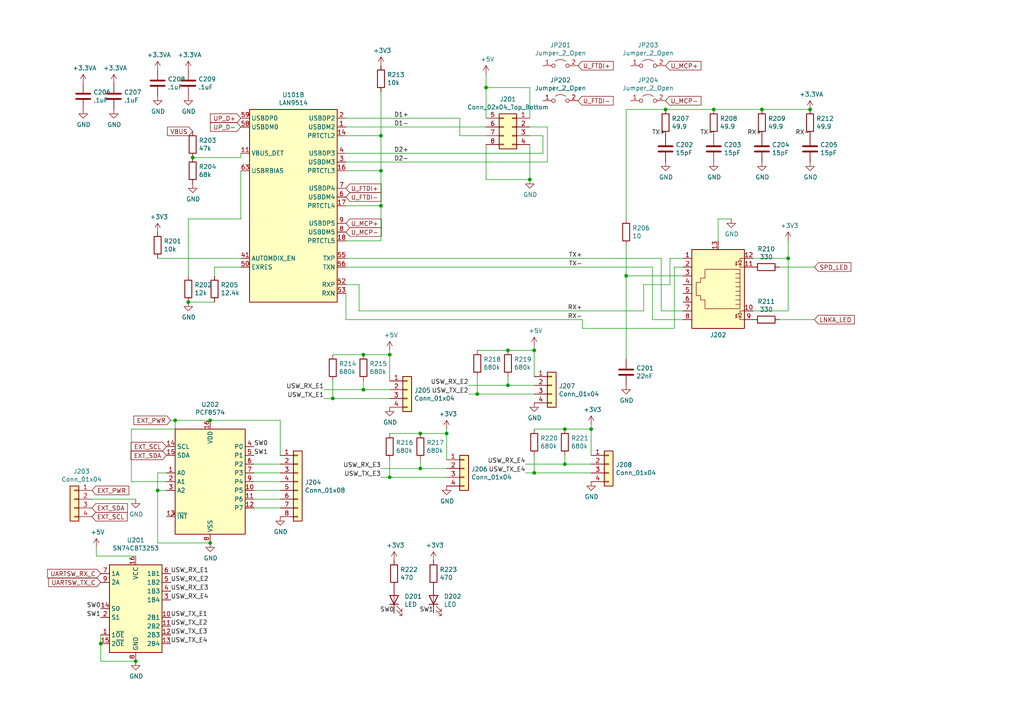
<source format=kicad_sch>
(kicad_sch (version 20211123) (generator eeschema)
  (paper "A4")
  (lib_symbols
    (symbol "Analog_Switch:SN74CBT3253"
      (property "Reference" "U" (at -7.62 13.97 0))
      (property "Value" "SN74CBT3253" (at -11.43 -13.97 0))
      (symbol "SN74CBT3253_0_1"
        (rectangle (start -7.62 12.7) (end 7.62 -12.7) (stroke (width 0.254)) (fill (type background)))
        (rectangle (start 7.62 -12.7) (end 7.62 -12.7))
      )
      (symbol "SN74CBT3253_1_1"
        (pin input line (at -10.16 -7.62 0) (length 2.54) (name "1~{OE}") (number "1"))
        (pin bidirectional line (at 10.16 -2.54 180) (length 2.54) (name "2B1") (number "10"))
        (pin bidirectional line (at 10.16 -5.08 180) (length 2.54) (name "2B2") (number "11"))
        (pin bidirectional line (at 10.16 -7.62 180) (length 2.54) (name "2B3") (number "12"))
        (pin bidirectional line (at 10.16 -10.16 180) (length 2.54) (name "2B4") (number "13"))
        (pin input line (at -10.16 0 0) (length 2.54) (name "S0") (number "14"))
        (pin input line (at -10.16 -10.16 0) (length 2.54) (name "2~{OE}") (number "15"))
        (pin power_in line (at 0 15.24 270) (length 2.54) (name "VCC") (number "16"))
        (pin input line (at -10.16 -2.54 0) (length 2.54) (name "S1") (number "2"))
        (pin bidirectional line (at 10.16 2.54 180) (length 2.54) (name "1B4") (number "3"))
        (pin bidirectional line (at 10.16 5.08 180) (length 2.54) (name "1B3") (number "4"))
        (pin bidirectional line (at 10.16 7.62 180) (length 2.54) (name "1B2") (number "5"))
        (pin bidirectional line (at 10.16 10.16 180) (length 2.54) (name "1B1") (number "6"))
        (pin bidirectional line (at -10.16 10.16 0) (length 2.54) (name "1A") (number "7"))
        (pin power_in line (at 0 -15.24 90) (length 2.54) (name "GND") (number "8"))
        (pin bidirectional line (at -10.16 7.62 0) (length 2.54) (name "2A") (number "9"))
      )
    )
    (symbol "Connector_Generic:Conn_01x04" (pin_names (offset 1.016) hide)
      (property "Reference" "J" (at 0 5.08 0))
      (property "Value" "Conn_01x04" (at 0 -7.62 0))
      (symbol "Conn_01x04_1_1"
        (rectangle (start -1.27 -4.953) (end 0 -5.207) (stroke (width 0.1524)))
        (rectangle (start -1.27 -2.413) (end 0 -2.667) (stroke (width 0.1524)))
        (rectangle (start -1.27 0.127) (end 0 -0.127) (stroke (width 0.1524)))
        (rectangle (start -1.27 2.667) (end 0 2.413) (stroke (width 0.1524)))
        (rectangle (start -1.27 3.81) (end 1.27 -6.35) (stroke (width 0.254)) (fill (type background)))
        (pin passive line (at -5.08 2.54 0) (length 3.81) (name "Pin_1") (number "1"))
        (pin passive line (at -5.08 0 0) (length 3.81) (name "Pin_2") (number "2"))
        (pin passive line (at -5.08 -2.54 0) (length 3.81) (name "Pin_3") (number "3"))
        (pin passive line (at -5.08 -5.08 0) (length 3.81) (name "Pin_4") (number "4"))
      )
    )
    (symbol "Connector_Generic:Conn_01x08" (pin_names (offset 1.016) hide)
      (property "Reference" "J" (at 0 10.16 0))
      (property "Value" "Conn_01x08" (at 0 -12.7 0))
      (symbol "Conn_01x08_1_1"
        (rectangle (start -1.27 -10.033) (end 0 -10.287) (stroke (width 0.1524)))
        (rectangle (start -1.27 -7.493) (end 0 -7.747) (stroke (width 0.1524)))
        (rectangle (start -1.27 -4.953) (end 0 -5.207) (stroke (width 0.1524)))
        (rectangle (start -1.27 -2.413) (end 0 -2.667) (stroke (width 0.1524)))
        (rectangle (start -1.27 0.127) (end 0 -0.127) (stroke (width 0.1524)))
        (rectangle (start -1.27 2.667) (end 0 2.413) (stroke (width 0.1524)))
        (rectangle (start -1.27 5.207) (end 0 4.953) (stroke (width 0.1524)))
        (rectangle (start -1.27 7.747) (end 0 7.493) (stroke (width 0.1524)))
        (rectangle (start -1.27 8.89) (end 1.27 -11.43) (stroke (width 0.254)) (fill (type background)))
        (pin passive line (at -5.08 7.62 0) (length 3.81) (name "Pin_1") (number "1"))
        (pin passive line (at -5.08 5.08 0) (length 3.81) (name "Pin_2") (number "2"))
        (pin passive line (at -5.08 2.54 0) (length 3.81) (name "Pin_3") (number "3"))
        (pin passive line (at -5.08 0 0) (length 3.81) (name "Pin_4") (number "4"))
        (pin passive line (at -5.08 -2.54 0) (length 3.81) (name "Pin_5") (number "5"))
        (pin passive line (at -5.08 -5.08 0) (length 3.81) (name "Pin_6") (number "6"))
        (pin passive line (at -5.08 -7.62 0) (length 3.81) (name "Pin_7") (number "7"))
        (pin passive line (at -5.08 -10.16 0) (length 3.81) (name "Pin_8") (number "8"))
      )
    )
    (symbol "Connector_Generic:Conn_02x04_Top_Bottom" (pin_names (offset 1.016) hide)
      (property "Reference" "J" (at 1.27 5.08 0))
      (property "Value" "Conn_02x04_Top_Bottom" (at 1.27 -7.62 0))
      (symbol "Conn_02x04_Top_Bottom_1_1"
        (rectangle (start -1.27 -4.953) (end 0 -5.207) (stroke (width 0.1524)))
        (rectangle (start -1.27 -2.413) (end 0 -2.667) (stroke (width 0.1524)))
        (rectangle (start -1.27 0.127) (end 0 -0.127) (stroke (width 0.1524)))
        (rectangle (start -1.27 2.667) (end 0 2.413) (stroke (width 0.1524)))
        (rectangle (start -1.27 3.81) (end 3.81 -6.35) (stroke (width 0.254)) (fill (type background)))
        (rectangle (start 3.81 -4.953) (end 2.54 -5.207) (stroke (width 0.1524)))
        (rectangle (start 3.81 -2.413) (end 2.54 -2.667) (stroke (width 0.1524)))
        (rectangle (start 3.81 0.127) (end 2.54 -0.127) (stroke (width 0.1524)))
        (rectangle (start 3.81 2.667) (end 2.54 2.413) (stroke (width 0.1524)))
        (pin passive line (at -5.08 2.54 0) (length 3.81) (name "Pin_1") (number "1"))
        (pin passive line (at -5.08 0 0) (length 3.81) (name "Pin_2") (number "2"))
        (pin passive line (at -5.08 -2.54 0) (length 3.81) (name "Pin_3") (number "3"))
        (pin passive line (at -5.08 -5.08 0) (length 3.81) (name "Pin_4") (number "4"))
        (pin passive line (at 7.62 2.54 180) (length 3.81) (name "Pin_5") (number "5"))
        (pin passive line (at 7.62 0 180) (length 3.81) (name "Pin_6") (number "6"))
        (pin passive line (at 7.62 -2.54 180) (length 3.81) (name "Pin_7") (number "7"))
        (pin passive line (at 7.62 -5.08 180) (length 3.81) (name "Pin_8") (number "8"))
      )
    )
    (symbol "Device:C" (pin_numbers hide) (pin_names (offset 0.254))
      (property "Reference" "C" (at 0.635 2.54 0))
      (property "Value" "C" (at 0.635 -2.54 0))
      (symbol "C_0_1"
        (polyline (pts (xy -2.032 -0.762) (xy 2.032 -0.762)) (stroke (width 0.508)))
        (polyline (pts (xy -2.032 0.762) (xy 2.032 0.762)) (stroke (width 0.508)))
      )
      (symbol "C_1_1"
        (pin passive line (at 0 3.81 270) (length 2.794) (name "~") (number "1"))
        (pin passive line (at 0 -3.81 90) (length 2.794) (name "~") (number "2"))
      )
    )
    (symbol "Device:LED" (pin_numbers hide) (pin_names (offset 1.016) hide)
      (property "Reference" "D" (at 0 2.54 0))
      (property "Value" "LED" (at 0 -2.54 0))
      (symbol "LED_0_1"
        (polyline (pts (xy -1.27 -1.27) (xy -1.27 1.27)) (stroke (width 0.254)))
        (polyline (pts (xy -1.27 0) (xy 1.27 0)))
        (polyline (pts (xy 1.27 -1.27) (xy 1.27 1.27) (xy -1.27 0) (xy 1.27 -1.27)) (stroke (width 0.254)))
        (polyline (pts (xy -3.048 -0.762) (xy -4.572 -2.286) (xy -3.81 -2.286) (xy -4.572 -2.286) (xy -4.572 -1.524)))
        (polyline (pts (xy -1.778 -0.762) (xy -3.302 -2.286) (xy -2.54 -2.286) (xy -3.302 -2.286) (xy -3.302 -1.524)))
      )
      (symbol "LED_1_1"
        (pin passive line (at -3.81 0 0) (length 2.54) (name "K") (number "1"))
        (pin passive line (at 3.81 0 180) (length 2.54) (name "A") (number "2"))
      )
    )
    (symbol "Device:R" (pin_numbers hide) (pin_names (offset 0))
      (property "Reference" "R" (at 2.032 0 90))
      (property "Value" "R" (at 0 0 90))
      (symbol "R_0_1"
        (rectangle (start -1.016 -2.54) (end 1.016 2.54) (stroke (width 0.254)))
      )
      (symbol "R_1_1"
        (pin passive line (at 0 3.81 270) (length 1.27) (name "~") (number "1"))
        (pin passive line (at 0 -3.81 90) (length 1.27) (name "~") (number "2"))
      )
    )
    (symbol "Interface_Ethernet:LAN9514"
      (property "Reference" "U" (at -15.24 31.75 0))
      (property "Value" "LAN9514" (at 15.24 31.75 0))
      (symbol "LAN9514_1_1"
        (rectangle (start -12.7 30.48) (end 12.7 -30.48) (stroke (width 0.254)) (fill (type background)))
        (pin passive line (at -5.08 33.02 270) (length 2.54) hide (name "VDD33A") (number "10"))
        (pin input line (at -15.24 15.24 0) (length 2.54) (name "~{RESET}") (number "12"))
        (pin input line (at -15.24 -5.08 0) (length 2.54) (name "TEST1") (number "13"))
        (pin power_in line (at 0 33.02 270) (length 2.54) (name "VDD18CORE") (number "15"))
        (pin power_in line (at -10.16 33.02 270) (length 2.54) (name "VDD33IO") (number "19"))
        (pin bidirectional line (at 15.24 -5.08 180) (length 2.54) (name "~{FDX_LED}/GPIO0") (number "20"))
        (pin bidirectional line (at 15.24 -7.62 180) (length 2.54) (name "~{LNKA_LED}/GPIO1") (number "21"))
        (pin bidirectional line (at 15.24 -10.16 180) (length 2.54) (name "~{SPD_LED}/GPIO2") (number "22"))
        (pin output line (at 15.24 10.16 180) (length 2.54) (name "EECLK") (number "23"))
        (pin output line (at 15.24 7.62 180) (length 2.54) (name "EECS") (number "24"))
        (pin output line (at 15.24 5.08 180) (length 2.54) (name "EEDO") (number "25"))
        (pin input line (at 15.24 2.54 180) (length 2.54) (name "EEDI") (number "26"))
        (pin passive line (at -10.16 33.02 270) (length 2.54) hide (name "VDD33IO") (number "27"))
        (pin input line (at -15.24 10.16 0) (length 2.54) (name "~{TRST}") (number "28"))
        (pin input line (at -15.24 7.62 0) (length 2.54) (name "TMS") (number "29"))
        (pin input line (at -15.24 5.08 0) (length 2.54) (name "TDI") (number "30"))
        (pin output line (at -15.24 2.54 0) (length 2.54) (name "TDO") (number "31"))
        (pin input line (at -15.24 0 0) (length 2.54) (name "TCK") (number "32"))
        (pin passive line (at -10.16 33.02 270) (length 2.54) hide (name "VDD33IO") (number "33"))
        (pin input line (at -15.24 -7.62 0) (length 2.54) (name "TEST2") (number "34"))
        (pin bidirectional line (at 15.24 -12.7 180) (length 2.54) (name "GPIO3") (number "35"))
        (pin bidirectional line (at 15.24 -15.24 180) (length 2.54) (name "GPIO4") (number "36"))
        (pin bidirectional line (at 15.24 -17.78 180) (length 2.54) (name "GPIO5") (number "37"))
        (pin passive line (at 0 33.02 270) (length 2.54) hide (name "VDD18CORE") (number "38"))
        (pin passive line (at -10.16 33.02 270) (length 2.54) hide (name "VDD33IO") (number "39"))
        (pin input line (at -15.24 -10.16 0) (length 2.54) (name "TEST3") (number "40"))
        (pin bidirectional line (at 15.24 -20.32 180) (length 2.54) (name "GPIO6") (number "42"))
        (pin bidirectional line (at 15.24 -22.86 180) (length 2.54) (name "GPIO7") (number "43"))
        (pin input line (at -15.24 -17.78 0) (length 2.54) (name "CLK24_EN") (number "44"))
        (pin output line (at -15.24 -20.32 0) (length 2.54) (name "CLK24_OUT") (number "45"))
        (pin passive line (at -10.16 33.02 270) (length 2.54) hide (name "VDD33IO") (number "46"))
        (pin input line (at -15.24 -12.7 0) (length 2.54) (name "TEST4") (number "47"))
        (pin power_in line (at 5.08 33.02 270) (length 2.54) (name "VDD18ETHPLL") (number "48"))
        (pin passive line (at -5.08 33.02 270) (length 2.54) hide (name "VDD33A") (number "49"))
        (pin power_in line (at -5.08 33.02 270) (length 2.54) (name "VDD33A") (number "5"))
        (pin passive line (at -5.08 33.02 270) (length 2.54) hide (name "VDD33A") (number "51"))
        (pin passive line (at -5.08 33.02 270) (length 2.54) hide (name "VDD33A") (number "54"))
        (pin passive line (at -5.08 33.02 270) (length 2.54) hide (name "VDD33A") (number "57"))
        (pin input line (at -15.24 -25.4 0) (length 2.54) (name "XO") (number "60"))
        (pin input line (at -15.24 -27.94 0) (length 2.54) (name "XI") (number "61"))
        (pin power_in line (at 10.16 33.02 270) (length 2.54) (name "VDD18USBPLL") (number "62"))
        (pin passive line (at -5.08 33.02 270) (length 2.54) hide (name "VDD33A") (number "64"))
        (pin power_in line (at 0 -33.02 90) (length 2.54) (name "GND") (number "65"))
      )
      (symbol "LAN9514_2_1"
        (rectangle (start 12.7 -27.94) (end -12.7 27.94) (stroke (width 0.254)) (fill (type background)))
        (pin bidirectional line (at 15.24 22.86 180) (length 2.54) (name "USBDM2") (number "1"))
        (pin input line (at -15.24 15.24 0) (length 2.54) (name "VBUS_DET") (number "11"))
        (pin bidirectional line (at 15.24 20.32 180) (length 2.54) (name "PRTCTL2") (number "14"))
        (pin bidirectional line (at 15.24 10.16 180) (length 2.54) (name "PRTCTL3") (number "16"))
        (pin bidirectional line (at 15.24 0 180) (length 2.54) (name "PRTCTL4") (number "17"))
        (pin bidirectional line (at 15.24 -10.16 180) (length 2.54) (name "PRTCTL5") (number "18"))
        (pin bidirectional line (at 15.24 25.4 180) (length 2.54) (name "USBDP2") (number "2"))
        (pin bidirectional line (at 15.24 12.7 180) (length 2.54) (name "USBDM3") (number "3"))
        (pin bidirectional line (at 15.24 15.24 180) (length 2.54) (name "USBDP3") (number "4"))
        (pin input line (at -15.24 -15.24 0) (length 2.54) (name "AUTOMDIX_EN") (number "41"))
        (pin input line (at -15.24 -17.78 0) (length 2.54) (name "EXRES") (number "50"))
        (pin input line (at 15.24 -22.86 180) (length 2.54) (name "RXP") (number "52"))
        (pin input line (at 15.24 -25.4 180) (length 2.54) (name "RXN") (number "53"))
        (pin output line (at 15.24 -15.24 180) (length 2.54) (name "TXP") (number "55"))
        (pin output line (at 15.24 -17.78 180) (length 2.54) (name "TXN") (number "56"))
        (pin bidirectional line (at -15.24 22.86 0) (length 2.54) (name "USBDM0") (number "58"))
        (pin bidirectional line (at -15.24 25.4 0) (length 2.54) (name "USBDP0") (number "59"))
        (pin bidirectional line (at 15.24 2.54 180) (length 2.54) (name "USBDM4") (number "6"))
        (pin input line (at -15.24 10.16 0) (length 2.54) (name "USBRBIAS") (number "63"))
        (pin bidirectional line (at 15.24 5.08 180) (length 2.54) (name "USBDP4") (number "7"))
        (pin bidirectional line (at 15.24 -7.62 180) (length 2.54) (name "USBDM5") (number "8"))
        (pin bidirectional line (at 15.24 -5.08 180) (length 2.54) (name "USBDP5") (number "9"))
      )
    )
    (symbol "Interface_Expansion:PCF8574"
      (property "Reference" "U" (at -8.89 16.51 0))
      (property "Value" "PCF8574" (at 2.54 16.51 0))
      (symbol "PCF8574_0_1"
        (rectangle (start -10.16 15.24) (end 10.16 -15.24) (stroke (width 0.254)) (fill (type background)))
      )
      (symbol "PCF8574_1_1"
        (pin input line (at -12.7 2.54 0) (length 2.54) (name "A0") (number "1"))
        (pin bidirectional line (at 12.7 -2.54 180) (length 2.54) (name "P5") (number "10"))
        (pin bidirectional line (at 12.7 -5.08 180) (length 2.54) (name "P6") (number "11"))
        (pin bidirectional line (at 12.7 -7.62 180) (length 2.54) (name "P7") (number "12"))
        (pin open_collector output_low (at -12.7 -10.16 0) (length 2.54) (name "~{INT}") (number "13"))
        (pin input line (at -12.7 10.16 0) (length 2.54) (name "SCL") (number "14"))
        (pin bidirectional line (at -12.7 7.62 0) (length 2.54) (name "SDA") (number "15"))
        (pin power_in line (at 0 17.78 270) (length 2.54) (name "VDD") (number "16"))
        (pin input line (at -12.7 0 0) (length 2.54) (name "A1") (number "2"))
        (pin input line (at -12.7 -2.54 0) (length 2.54) (name "A2") (number "3"))
        (pin bidirectional line (at 12.7 10.16 180) (length 2.54) (name "P0") (number "4"))
        (pin bidirectional line (at 12.7 7.62 180) (length 2.54) (name "P1") (number "5"))
        (pin bidirectional line (at 12.7 5.08 180) (length 2.54) (name "P2") (number "6"))
        (pin bidirectional line (at 12.7 2.54 180) (length 2.54) (name "P3") (number "7"))
        (pin power_in line (at 0 -17.78 90) (length 2.54) (name "VSS") (number "8"))
        (pin bidirectional line (at 12.7 0 180) (length 2.54) (name "P4") (number "9"))
      )
    )
    (symbol "Jumper:Jumper_2_Open" (pin_names (offset 0) hide)
      (property "Reference" "JP" (at 0 2.794 0))
      (property "Value" "Jumper_2_Open" (at 0 -2.286 0))
      (symbol "Jumper_2_Open_0_0"
        (circle (center -2.032 0) (radius 0.508))
        (circle (center 2.032 0) (radius 0.508))
      )
      (symbol "Jumper_2_Open_0_1"
        (arc (start 1.524 1.27) (mid 0 1.778) (end -1.524 1.27))
      )
      (symbol "Jumper_2_Open_1_1"
        (pin passive line (at -5.08 0 0) (length 2.54) (name "A") (number "1"))
        (pin passive line (at 5.08 0 180) (length 2.54) (name "B") (number "2"))
      )
    )
    (symbol "iotether-rescue:+3.3V-power" (power) (pin_names (offset 0))
      (property "Value" "+3.3V-power" (at 0 3.556 0))
      (symbol "+3.3V-power_0_1"
        (polyline (pts (xy -0.762 1.27) (xy 0 2.54)))
        (polyline (pts (xy 0 0) (xy 0 2.54)))
        (polyline (pts (xy 0 2.54) (xy 0.762 1.27)))
      )
      (symbol "+3.3V-power_1_1"
        (pin power_in line (at 0 0 90) (length 0) hide (name "+3V3") (number "1"))
      )
    )
    (symbol "iotether-rescue:8P8C_LED_Shielded-custom" (pin_names (offset 1.016))
      (property "Reference" "J" (at -5.08 13.97 0))
      (property "Value" "8P8C_LED_Shielded-custom" (at 1.27 13.97 0))
      (symbol "8P8C_LED_Shielded-custom_0_1"
        (polyline (pts (xy -7.62 -7.62) (xy -6.35 -7.62)))
        (polyline (pts (xy -7.62 -5.08) (xy -6.35 -5.08)))
        (polyline (pts (xy -7.62 7.62) (xy -6.35 7.62)))
        (polyline (pts (xy -7.62 10.16) (xy -6.35 10.16)))
        (polyline (pts (xy -6.858 -5.842) (xy -5.842 -5.842)))
        (polyline (pts (xy -6.858 9.398) (xy -5.842 9.398)))
        (polyline (pts (xy -6.35 -7.62) (xy -6.35 -6.858)))
        (polyline (pts (xy -6.35 -5.08) (xy -6.35 -5.842)))
        (polyline (pts (xy -6.35 7.62) (xy -6.35 8.382)))
        (polyline (pts (xy -6.35 10.16) (xy -6.35 9.398)))
        (polyline (pts (xy -5.08 -6.223) (xy -5.207 -6.604)))
        (polyline (pts (xy -5.08 -5.588) (xy -5.207 -5.969)))
        (polyline (pts (xy -5.08 4.445) (xy -6.35 4.445)))
        (polyline (pts (xy -5.08 5.715) (xy -6.35 5.715)))
        (polyline (pts (xy -5.08 9.017) (xy -5.207 8.636)))
        (polyline (pts (xy -5.08 9.652) (xy -5.207 9.271)))
        (polyline (pts (xy -6.35 -3.175) (xy -5.08 -3.175) (xy -5.08 -3.175)))
        (polyline (pts (xy -6.35 -1.905) (xy -5.08 -1.905) (xy -5.08 -1.905)))
        (polyline (pts (xy -6.35 -0.635) (xy -5.08 -0.635) (xy -5.08 -0.635)))
        (polyline (pts (xy -6.35 0.635) (xy -5.08 0.635) (xy -5.08 0.635)))
        (polyline (pts (xy -6.35 1.905) (xy -5.08 1.905) (xy -5.08 1.905)))
        (polyline (pts (xy -5.588 -6.731) (xy -5.08 -6.223) (xy -5.461 -6.35)))
        (polyline (pts (xy -5.588 -6.096) (xy -5.08 -5.588) (xy -5.461 -5.715)))
        (polyline (pts (xy -5.588 8.509) (xy -5.08 9.017) (xy -5.461 8.89)))
        (polyline (pts (xy -5.588 9.144) (xy -5.08 9.652) (xy -5.461 9.525)))
        (polyline (pts (xy -5.08 3.175) (xy -6.35 3.175) (xy -6.35 3.175)))
        (polyline (pts (xy -6.35 -5.842) (xy -6.858 -6.858) (xy -5.842 -6.858) (xy -6.35 -5.842)))
        (polyline (pts (xy -6.35 9.398) (xy -6.858 8.382) (xy -5.842 8.382) (xy -6.35 9.398)))
        (polyline (pts (xy -6.35 -4.445) (xy -6.35 6.985) (xy 3.81 6.985) (xy 3.81 4.445) (xy 5.08 4.445) (xy 5.08 3.175) (xy 6.35 3.175) (xy 6.35 -0.635) (xy 5.08 -0.635) (xy 5.08 -1.905) (xy 3.81 -1.905) (xy 3.81 -4.445) (xy -6.35 -4.445) (xy -6.35 -4.445)))
        (rectangle (start 7.62 12.7) (end -7.62 -10.16) (stroke (width 0.254)) (fill (type background)))
      )
      (symbol "8P8C_LED_Shielded-custom_1_1"
        (pin passive line (at 10.16 -7.62 180) (length 2.54) (name "~") (number "1"))
        (pin passive line (at -10.16 7.62 0) (length 2.54) (name "~") (number "10"))
        (pin passive line (at -10.16 -5.08 0) (length 2.54) (name "~") (number "11"))
        (pin passive line (at -10.16 -7.62 0) (length 2.54) (name "~") (number "12"))
        (pin passive line (at 0 -12.7 90) (length 2.54) (name "~") (number "13"))
        (pin passive line (at 10.16 -5.08 180) (length 2.54) (name "~") (number "2"))
        (pin passive line (at 10.16 -2.54 180) (length 2.54) (name "~") (number "3"))
        (pin passive line (at 10.16 0 180) (length 2.54) (name "~") (number "4"))
        (pin passive line (at 10.16 2.54 180) (length 2.54) (name "~") (number "5"))
        (pin passive line (at 10.16 5.08 180) (length 2.54) (name "~") (number "6"))
        (pin passive line (at 10.16 7.62 180) (length 2.54) (name "~") (number "7"))
        (pin passive line (at 10.16 10.16 180) (length 2.54) (name "~") (number "8"))
        (pin passive line (at -10.16 10.16 0) (length 2.54) (name "~") (number "9"))
      )
    )
    (symbol "power:+3.3VA" (power) (pin_names (offset 0))
      (property "Value" "+3.3VA" (at 0 3.556 0))
      (symbol "+3.3VA_0_1"
        (polyline (pts (xy -0.762 1.27) (xy 0 2.54)))
        (polyline (pts (xy 0 0) (xy 0 2.54)))
        (polyline (pts (xy 0 2.54) (xy 0.762 1.27)))
      )
      (symbol "+3.3VA_1_1"
        (pin power_in line (at 0 0 90) (length 0) hide (name "+3.3VA") (number "1"))
      )
    )
    (symbol "power:+5V" (power) (pin_names (offset 0))
      (property "Value" "+5V" (at 0 3.556 0))
      (symbol "+5V_0_1"
        (polyline (pts (xy -0.762 1.27) (xy 0 2.54)))
        (polyline (pts (xy 0 0) (xy 0 2.54)))
        (polyline (pts (xy 0 2.54) (xy 0.762 1.27)))
      )
      (symbol "+5V_1_1"
        (pin power_in line (at 0 0 90) (length 0) hide (name "+5V") (number "1"))
      )
    )
    (symbol "power:GND" (power) (pin_names (offset 0))
      (property "Value" "GND" (at 0 -3.81 0))
      (symbol "GND_0_1"
        (polyline (pts (xy 0 0) (xy 0 -1.27) (xy 1.27 -1.27) (xy 0 -2.54) (xy -1.27 -1.27) (xy 0 -1.27)))
      )
      (symbol "GND_1_1"
        (pin power_in line (at 0 0 270) (length 0) hide (name "GND") (number "1"))
      )
    )
  )
  (junction (at 29.21 186.69))
  (junction (at 163.83 134.62))
  (junction (at 154.94 137.16))
  (junction (at 181.61 80.01))
  (junction (at 110.49 39.37))
  (junction (at 45.72 142.24))
  (junction (at 60.96 157.48))
  (junction (at 140.97 25.4))
  (junction (at 113.03 102.87))
  (junction (at 39.37 191.77))
  (junction (at 234.95 31.75))
  (junction (at 129.54 125.73))
  (junction (at 105.41 113.03))
  (junction (at 110.49 49.53))
  (junction (at 60.96 121.92))
  (junction (at 96.52 115.57))
  (junction (at 50.8 121.92))
  (junction (at 113.03 138.43))
  (junction (at 154.94 101.6))
  (junction (at 105.41 102.87))
  (junction (at 110.49 59.69))
  (junction (at 163.83 124.46))
  (junction (at 121.92 135.89))
  (junction (at 147.32 111.76))
  (junction (at 207.01 31.75))
  (junction (at 121.92 125.73))
  (junction (at 147.32 101.6))
  (junction (at 54.61 87.63))
  (junction (at 55.88 45.72))
  (junction (at 138.43 114.3))
  (junction (at 220.98 31.75))
  (junction (at 193.04 31.75))
  (junction (at 228.6 74.93))
  (junction (at 153.67 52.07))
  (junction (at 171.45 124.46))
  (wire (pts (xy 113.03 138.43) (xy 129.54 138.43)))
  (wire (pts (xy 93.98 115.57) (xy 96.52 115.57)))
  (wire (pts (xy 157.48 44.45) (xy 157.48 39.37)))
  (wire (pts (xy 154.94 111.76) (xy 147.32 111.76)))
  (wire (pts (xy 163.83 124.46) (xy 171.45 124.46)))
  (wire (pts (xy 39.37 144.78) (xy 26.67 144.78)))
  (wire (pts (xy 208.28 69.85) (xy 208.28 63.5)))
  (wire (pts (xy 113.03 113.03) (xy 105.41 113.03)))
  (wire (pts (xy 110.49 59.69) (xy 110.49 69.85)))
  (wire (pts (xy 157.48 39.37) (xy 153.67 39.37)))
  (wire (pts (xy 45.72 137.16) (xy 45.72 142.24)))
  (wire (pts (xy 105.41 102.87) (xy 96.52 102.87)))
  (wire (pts (xy 154.94 137.16) (xy 171.45 137.16)))
  (wire (pts (xy 100.33 77.47) (xy 189.23 77.47)))
  (wire (pts (xy 140.97 41.91) (xy 140.97 52.07)))
  (wire (pts (xy 171.45 124.46) (xy 171.45 132.08)))
  (wire (pts (xy 81.28 139.7) (xy 73.66 139.7)))
  (wire (pts (xy 100.33 59.69) (xy 110.49 59.69)))
  (wire (pts (xy 104.14 82.55) (xy 100.33 82.55)))
  (wire (pts (xy 110.49 49.53) (xy 100.33 49.53)))
  (wire (pts (xy 73.66 147.32) (xy 81.28 147.32)))
  (wire (pts (xy 163.83 134.62) (xy 152.4 134.62)))
  (wire (pts (xy 27.94 161.29) (xy 27.94 158.75)))
  (wire (pts (xy 147.32 101.6) (xy 138.43 101.6)))
  (wire (pts (xy 104.14 90.17) (xy 104.14 82.55)))
  (wire (pts (xy 54.61 63.5) (xy 69.85 63.5)))
  (wire (pts (xy 81.28 144.78) (xy 73.66 144.78)))
  (wire (pts (xy 234.95 31.75) (xy 220.98 31.75)))
  (wire (pts (xy 147.32 111.76) (xy 147.32 109.22)))
  (wire (pts (xy 110.49 39.37) (xy 100.33 39.37)))
  (wire (pts (xy 138.43 114.3) (xy 154.94 114.3)))
  (wire (pts (xy 154.94 100.33) (xy 154.94 101.6)))
  (wire (pts (xy 110.49 59.69) (xy 110.49 49.53)))
  (wire (pts (xy 140.97 25.4) (xy 153.67 25.4)))
  (wire (pts (xy 189.23 92.71) (xy 198.12 92.71)))
  (wire (pts (xy 121.92 125.73) (xy 113.03 125.73)))
  (wire (pts (xy 228.6 74.93) (xy 228.6 90.17)))
  (wire (pts (xy 191.77 90.17) (xy 198.12 90.17)))
  (wire (pts (xy 45.72 142.24) (xy 45.72 157.48)))
  (wire (pts (xy 29.21 186.69) (xy 29.21 191.77)))
  (wire (pts (xy 152.4 137.16) (xy 154.94 137.16)))
  (wire (pts (xy 129.54 124.46) (xy 129.54 125.73)))
  (wire (pts (xy 198.12 80.01) (xy 181.61 80.01)))
  (wire (pts (xy 73.66 137.16) (xy 81.28 137.16)))
  (wire (pts (xy 96.52 115.57) (xy 113.03 115.57)))
  (wire (pts (xy 135.89 114.3) (xy 138.43 114.3)))
  (wire (pts (xy 29.21 184.15) (xy 29.21 186.69)))
  (wire (pts (xy 133.35 39.37) (xy 140.97 39.37)))
  (wire (pts (xy 50.8 124.46) (xy 38.1 124.46)))
  (wire (pts (xy 48.26 137.16) (xy 45.72 137.16)))
  (wire (pts (xy 140.97 36.83) (xy 100.33 36.83)))
  (wire (pts (xy 191.77 74.93) (xy 191.77 90.17)))
  (wire (pts (xy 113.03 133.35) (xy 113.03 138.43)))
  (wire (pts (xy 50.8 121.92) (xy 60.96 121.92)))
  (wire (pts (xy 158.75 46.99) (xy 100.33 46.99)))
  (wire (pts (xy 147.32 101.6) (xy 154.94 101.6)))
  (wire (pts (xy 110.49 69.85) (xy 100.33 69.85)))
  (wire (pts (xy 198.12 77.47) (xy 195.58 77.47)))
  (wire (pts (xy 50.8 121.92) (xy 50.8 124.46)))
  (wire (pts (xy 110.49 26.67) (xy 110.49 39.37)))
  (wire (pts (xy 163.83 124.46) (xy 154.94 124.46)))
  (wire (pts (xy 100.33 34.29) (xy 133.35 34.29)))
  (wire (pts (xy 193.04 31.75) (xy 181.61 31.75)))
  (wire (pts (xy 60.96 121.92) (xy 81.28 121.92)))
  (wire (pts (xy 62.23 77.47) (xy 69.85 77.47)))
  (wire (pts (xy 195.58 95.25) (xy 168.91 95.25)))
  (wire (pts (xy 48.26 142.24) (xy 45.72 142.24)))
  (wire (pts (xy 105.41 113.03) (xy 93.98 113.03)))
  (wire (pts (xy 226.06 92.71) (xy 236.22 92.71)))
  (wire (pts (xy 154.94 101.6) (xy 154.94 109.22)))
  (wire (pts (xy 228.6 90.17) (xy 218.44 90.17)))
  (wire (pts (xy 181.61 71.12) (xy 181.61 80.01)))
  (wire (pts (xy 62.23 87.63) (xy 54.61 87.63)))
  (wire (pts (xy 38.1 124.46) (xy 38.1 139.7)))
  (wire (pts (xy 62.23 80.01) (xy 62.23 77.47)))
  (wire (pts (xy 54.61 80.01) (xy 54.61 63.5)))
  (wire (pts (xy 55.88 45.72) (xy 69.85 45.72)))
  (wire (pts (xy 153.67 52.07) (xy 153.67 41.91)))
  (wire (pts (xy 158.75 36.83) (xy 158.75 46.99)))
  (wire (pts (xy 153.67 25.4) (xy 153.67 34.29)))
  (wire (pts (xy 163.83 134.62) (xy 163.83 132.08)))
  (wire (pts (xy 140.97 52.07) (xy 153.67 52.07)))
  (wire (pts (xy 110.49 138.43) (xy 113.03 138.43)))
  (wire (pts (xy 100.33 44.45) (xy 157.48 44.45)))
  (wire (pts (xy 29.21 191.77) (xy 39.37 191.77)))
  (wire (pts (xy 207.01 31.75) (xy 193.04 31.75)))
  (wire (pts (xy 186.69 82.55) (xy 194.31 82.55)))
  (wire (pts (xy 110.49 39.37) (xy 110.49 49.53)))
  (wire (pts (xy 39.37 161.29) (xy 27.94 161.29)))
  (wire (pts (xy 121.92 135.89) (xy 121.92 133.35)))
  (wire (pts (xy 195.58 77.47) (xy 195.58 95.25)))
  (wire (pts (xy 189.23 77.47) (xy 189.23 92.71)))
  (wire (pts (xy 147.32 111.76) (xy 135.89 111.76)))
  (wire (pts (xy 121.92 135.89) (xy 110.49 135.89)))
  (wire (pts (xy 220.98 31.75) (xy 207.01 31.75)))
  (wire (pts (xy 228.6 74.93) (xy 228.6 69.85)))
  (wire (pts (xy 104.14 90.17) (xy 186.69 90.17)))
  (wire (pts (xy 45.72 157.48) (xy 60.96 157.48)))
  (wire (pts (xy 49.53 121.92) (xy 50.8 121.92)))
  (wire (pts (xy 171.45 123.19) (xy 171.45 124.46)))
  (wire (pts (xy 208.28 63.5) (xy 212.09 63.5)))
  (wire (pts (xy 81.28 134.62) (xy 73.66 134.62)))
  (wire (pts (xy 113.03 101.6) (xy 113.03 102.87)))
  (wire (pts (xy 69.85 63.5) (xy 69.85 49.53)))
  (wire (pts (xy 186.69 90.17) (xy 186.69 82.55)))
  (wire (pts (xy 168.91 95.25) (xy 168.91 92.71)))
  (wire (pts (xy 138.43 109.22) (xy 138.43 114.3)))
  (wire (pts (xy 105.41 113.03) (xy 105.41 110.49)))
  (wire (pts (xy 96.52 110.49) (xy 96.52 115.57)))
  (wire (pts (xy 168.91 92.71) (xy 100.33 92.71)))
  (wire (pts (xy 100.33 74.93) (xy 191.77 74.93)))
  (wire (pts (xy 140.97 25.4) (xy 140.97 21.59)))
  (wire (pts (xy 100.33 85.09) (xy 100.33 92.71)))
  (wire (pts (xy 129.54 125.73) (xy 129.54 133.35)))
  (wire (pts (xy 38.1 139.7) (xy 48.26 139.7)))
  (wire (pts (xy 81.28 132.08) (xy 81.28 121.92)))
  (wire (pts (xy 140.97 34.29) (xy 140.97 25.4)))
  (wire (pts (xy 181.61 31.75) (xy 181.61 63.5)))
  (wire (pts (xy 194.31 74.93) (xy 198.12 74.93)))
  (wire (pts (xy 226.06 77.47) (xy 236.22 77.47)))
  (wire (pts (xy 129.54 135.89) (xy 121.92 135.89)))
  (wire (pts (xy 194.31 82.55) (xy 194.31 74.93)))
  (wire (pts (xy 121.92 125.73) (xy 129.54 125.73)))
  (wire (pts (xy 218.44 74.93) (xy 228.6 74.93)))
  (wire (pts (xy 153.67 36.83) (xy 158.75 36.83)))
  (wire (pts (xy 105.41 102.87) (xy 113.03 102.87)))
  (wire (pts (xy 113.03 102.87) (xy 113.03 110.49)))
  (wire (pts (xy 171.45 134.62) (xy 163.83 134.62)))
  (wire (pts (xy 154.94 132.08) (xy 154.94 137.16)))
  (wire (pts (xy 69.85 45.72) (xy 69.85 44.45)))
  (wire (pts (xy 73.66 142.24) (xy 81.28 142.24)))
  (wire (pts (xy 133.35 34.29) (xy 133.35 39.37)))
  (wire (pts (xy 181.61 80.01) (xy 181.61 104.14)))
  (wire (pts (xy 69.85 74.93) (xy 45.72 74.93)))
  (label "D1+" (at 114.3 34.29 0))
  (label "RX-" (at 168.91 92.71 180))
  (label "TX+" (at 193.04 39.37 180))
  (label "USW_RX_E3" (at 110.49 135.89 180))
  (label "USW_TX_E3" (at 49.53 184.15 0))
  (label "USW_TX_E4" (at 152.4 137.16 180))
  (label "D2+" (at 114.3 44.45 0))
  (label "USW_RX_E3" (at 49.53 171.45 0))
  (label "SW0" (at 73.66 129.54 0))
  (label "USW_RX_E1" (at 49.53 166.37 0))
  (label "D1-" (at 114.3 36.83 0))
  (label "D2-" (at 114.3 46.99 0))
  (label "SW1" (at 73.66 132.08 0))
  (label "USW_TX_E4" (at 49.53 186.69 0))
  (label "SW0" (at 114.3 177.8 180))
  (label "TX+" (at 168.91 74.93 180))
  (label "RX+" (at 220.98 39.37 180))
  (label "USW_RX_E2" (at 49.53 168.91 0))
  (label "SW1" (at 125.73 177.8 180))
  (label "TX-" (at 168.91 77.47 180))
  (label "USW_TX_E1" (at 93.98 115.57 180))
  (label "SW0" (at 29.21 176.53 180))
  (label "USW_RX_E2" (at 135.89 111.76 180))
  (label "TX-" (at 207.01 39.37 180))
  (label "RX+" (at 168.91 90.17 180))
  (label "USW_TX_E1" (at 49.53 179.07 0))
  (label "USW_RX_E4" (at 49.53 173.99 0))
  (label "RX-" (at 234.95 39.37 180))
  (label "USW_TX_E2" (at 135.89 114.3 180))
  (label "USW_TX_E2" (at 49.53 181.61 0))
  (label "USW_RX_E1" (at 93.98 113.03 180))
  (label "USW_TX_E3" (at 110.49 138.43 180))
  (label "USW_RX_E4" (at 152.4 134.62 180))
  (label "SW1" (at 29.21 179.07 180))
  (global_label "EXT_SDA" (shape input) (at 26.67 147.32 0) (property "Intersheet References" "${INTERSHEET_REFS}" (effects hide)))
  (global_label "U_MCP+" (shape input) (at 193.04 19.05 0) (property "Intersheet References" "${INTERSHEET_REFS}" (effects hide)))
  (global_label "UP_D-" (shape input) (at 69.85 36.83 180) (property "Intersheet References" "${INTERSHEET_REFS}" (effects hide)))
  (global_label "EXT_PWR" (shape input) (at 26.67 142.24 0) (property "Intersheet References" "${INTERSHEET_REFS}" (effects hide)))
  (global_label "U_MCP-" (shape input) (at 100.33 67.31 0) (property "Intersheet References" "${INTERSHEET_REFS}" (effects hide)))
  (global_label "EXT_SDA" (shape input) (at 48.26 132.08 180) (property "Intersheet References" "${INTERSHEET_REFS}" (effects hide)))
  (global_label "U_FTDI-" (shape input) (at 167.64 29.21 0) (property "Intersheet References" "${INTERSHEET_REFS}" (effects hide)))
  (global_label "U_MCP-" (shape input) (at 193.04 29.21 0) (property "Intersheet References" "${INTERSHEET_REFS}" (effects hide)))
  (global_label "UARTSW_TX_C" (shape input) (at 29.21 168.91 180) (property "Intersheet References" "${INTERSHEET_REFS}" (effects hide)))
  (global_label "U_FTDI+" (shape input) (at 167.64 19.05 0) (property "Intersheet References" "${INTERSHEET_REFS}" (effects hide)))
  (global_label "U_FTDI+" (shape input) (at 100.33 54.61 0) (property "Intersheet References" "${INTERSHEET_REFS}" (effects hide)))
  (global_label "EXT_SCL" (shape input) (at 48.26 129.54 180) (property "Intersheet References" "${INTERSHEET_REFS}" (effects hide)))
  (global_label "UP_D+" (shape input) (at 69.85 34.29 180) (property "Intersheet References" "${INTERSHEET_REFS}" (effects hide)))
  (global_label "SPD_LED" (shape input) (at 236.22 77.47 0) (property "Intersheet References" "${INTERSHEET_REFS}" (effects hide)))
  (global_label "U_MCP+" (shape input) (at 100.33 64.77 0) (property "Intersheet References" "${INTERSHEET_REFS}" (effects hide)))
  (global_label "LNKA_LED" (shape input) (at 236.22 92.71 0) (property "Intersheet References" "${INTERSHEET_REFS}" (effects hide)))
  (global_label "EXT_PWR" (shape input) (at 49.53 121.92 180) (property "Intersheet References" "${INTERSHEET_REFS}" (effects hide)))
  (global_label "VBUS" (shape input) (at 55.88 38.1 180) (property "Intersheet References" "${INTERSHEET_REFS}" (effects hide)))
  (global_label "EXT_SCL" (shape input) (at 26.67 149.86 0) (property "Intersheet References" "${INTERSHEET_REFS}" (effects hide)))
  (global_label "UARTSW_RX_C" (shape input) (at 29.21 166.37 180) (property "Intersheet References" "${INTERSHEET_REFS}" (effects hide)))
  (global_label "U_FTDI-" (shape input) (at 100.33 57.15 0) (property "Intersheet References" "${INTERSHEET_REFS}" (effects hide)))
  (symbol (lib_id "Interface_Ethernet:LAN9514") (at 85.09 59.69 0) (unit 2)
    (property "Reference" "U101" (at 85.09 27.5082 0))
    (property "Value" "LAN9514" (at 85.09 29.8196 0))
    (property "Footprint" "Package_DFN_QFN:QFN-64-1EP_9x9mm_P0.5mm_EP6x6mm" (effects hide))
    (property "Datasheet" "http://ww1.microchip.com/downloads/en/DeviceDoc/00002306A.pdf" (effects hide))
  )
  (symbol (lib_id "Jumper:Jumper_2_Open") (at 162.56 19.05 0) (unit 1)
    (property "Reference" "JP201" (at 162.56 13.081 0))
    (property "Value" "Jumper_2_Open" (at 162.56 15.3924 0))
    (property "Footprint" "Resistor_SMD:R_0603_1608Metric" (effects hide))
  )
  (symbol (lib_id "Jumper:Jumper_2_Open") (at 162.56 29.21 0) (unit 1)
    (property "Reference" "JP202" (at 162.56 23.241 0))
    (property "Value" "Jumper_2_Open" (at 162.56 25.5524 0))
    (property "Footprint" "Resistor_SMD:R_0603_1608Metric" (effects hide))
  )
  (symbol (lib_id "Connector_Generic:Conn_02x04_Top_Bottom") (at 148.59 36.83 0) (mirror y) (unit 1)
    (property "Reference" "J201" (at 147.32 28.7782 0))
    (property "Value" "Conn_02x04_Top_Bottom" (at 147.32 31.0896 0))
    (property "Footprint" "Connector_USB:USB_A_Wuerth_61400826021_Horizontal_Stacked" (effects hide))
  )
  (symbol (lib_id "power:GND") (at 153.67 52.07 0) (unit 1)
    (property "Reference" "#PWR0118" (effects hide))
    (property "Value" "GND" (at 153.797 56.4642 0))
  )
  (symbol (lib_id "power:+5V") (at 140.97 21.59 0) (unit 1)
    (property "Reference" "#PWR0119" (effects hide))
    (property "Value" "+5V" (at 141.351 17.1958 0))
  )
  (symbol (lib_id "Jumper:Jumper_2_Open") (at 187.96 19.05 0) (unit 1)
    (property "Reference" "JP203" (at 187.96 13.081 0))
    (property "Value" "Jumper_2_Open" (at 187.96 15.3924 0))
    (property "Footprint" "Resistor_SMD:R_0603_1608Metric" (effects hide))
  )
  (symbol (lib_id "Jumper:Jumper_2_Open") (at 187.96 29.21 0) (unit 1)
    (property "Reference" "JP204" (at 187.96 23.241 0))
    (property "Value" "Jumper_2_Open" (at 187.96 25.5524 0))
    (property "Footprint" "Resistor_SMD:R_0603_1608Metric" (effects hide))
  )
  (symbol (lib_id "Device:R") (at 55.88 41.91 0) (unit 1)
    (property "Reference" "R203" (at 57.658 40.7416 0) (effects (justify left)))
    (property "Value" "47k" (at 57.658 43.053 0) (effects (justify left)))
    (property "Footprint" "Resistor_SMD:R_0603_1608Metric_Pad1.05x0.95mm_HandSolder" (effects hide))
  )
  (symbol (lib_id "Device:R") (at 55.88 49.53 0) (unit 1)
    (property "Reference" "R204" (at 57.658 48.3616 0) (effects (justify left)))
    (property "Value" "68k" (at 57.658 50.673 0) (effects (justify left)))
    (property "Footprint" "Resistor_SMD:R_0603_1608Metric_Pad1.05x0.95mm_HandSolder" (effects hide))
  )
  (symbol (lib_id "power:GND") (at 55.88 53.34 0) (unit 1)
    (property "Reference" "#PWR0124" (effects hide))
    (property "Value" "GND" (at 56.007 57.7342 0))
  )
  (symbol (lib_id "Device:R") (at 45.72 71.12 0) (unit 1)
    (property "Reference" "R201" (at 47.498 69.9516 0) (effects (justify left)))
    (property "Value" "10k" (at 47.498 72.263 0) (effects (justify left)))
    (property "Footprint" "Resistor_SMD:R_0603_1608Metric_Pad1.05x0.95mm_HandSolder" (effects hide))
  )
  (symbol (lib_id "Device:R") (at 54.61 83.82 0) (unit 1)
    (property "Reference" "R202" (at 56.388 82.6516 0) (effects (justify left)))
    (property "Value" "12k" (at 56.388 84.963 0) (effects (justify left)))
    (property "Footprint" "Resistor_SMD:R_0603_1608Metric_Pad1.05x0.95mm_HandSolder" (effects hide))
  )
  (symbol (lib_id "Device:R") (at 62.23 83.82 0) (unit 1)
    (property "Reference" "R205" (at 64.008 82.6516 0) (effects (justify left)))
    (property "Value" "12.4k" (at 64.008 84.963 0) (effects (justify left)))
    (property "Footprint" "Resistor_SMD:R_0603_1608Metric_Pad1.05x0.95mm_HandSolder" (effects hide))
  )
  (symbol (lib_id "power:GND") (at 54.61 87.63 0) (unit 1)
    (property "Reference" "#PWR0125" (effects hide))
    (property "Value" "GND" (at 54.737 92.0242 0))
  )
  (symbol (lib_id "iotether-rescue:+3.3V-power") (at 45.72 67.31 0) (unit 1)
    (property "Reference" "#PWR0126" (effects hide))
    (property "Value" "+3.3V" (at 46.101 62.9158 0))
  )
  (symbol (lib_id "iotether-rescue:+3.3V-power") (at 228.6 69.85 0) (unit 1)
    (property "Reference" "#PWR0127" (effects hide))
    (property "Value" "+3.3V" (at 228.981 65.4558 0))
  )
  (symbol (lib_id "Device:R") (at 222.25 77.47 270) (unit 1)
    (property "Reference" "R210" (at 222.25 72.2122 90))
    (property "Value" "330" (at 222.25 74.5236 90))
    (property "Footprint" "Resistor_SMD:R_0603_1608Metric_Pad1.05x0.95mm_HandSolder" (effects hide))
  )
  (symbol (lib_id "Device:R") (at 222.25 92.71 270) (unit 1)
    (property "Reference" "R211" (at 222.25 87.4522 90))
    (property "Value" "330" (at 222.25 89.7636 90))
    (property "Footprint" "Resistor_SMD:R_0603_1608Metric_Pad1.05x0.95mm_HandSolder" (effects hide))
  )
  (symbol (lib_id "power:GND") (at 212.09 63.5 0) (unit 1)
    (property "Reference" "#PWR0128" (effects hide))
    (property "Value" "GND" (at 212.217 67.8942 0))
  )
  (symbol (lib_id "iotether-rescue:8P8C_LED_Shielded-custom") (at 208.28 82.55 180) (unit 1)
    (property "Reference" "J202" (at 208.28 97.155 0))
  )
  (symbol (lib_id "power:GND") (at 181.61 111.76 0) (unit 1)
    (property "Reference" "#PWR0129" (effects hide))
    (property "Value" "GND" (at 181.737 116.1542 0))
  )
  (symbol (lib_id "Device:R") (at 193.04 35.56 0) (unit 1)
    (property "Reference" "R207" (at 194.818 34.3916 0) (effects (justify left)))
    (property "Value" "49.9" (at 194.818 36.703 0) (effects (justify left)))
    (property "Footprint" "Resistor_SMD:R_0603_1608Metric_Pad1.05x0.95mm_HandSolder" (effects hide))
  )
  (symbol (lib_id "Device:C") (at 193.04 43.18 0) (unit 1)
    (property "Reference" "C202" (at 195.961 42.0116 0) (effects (justify left)))
    (property "Value" "15pF" (at 195.961 44.323 0) (effects (justify left)))
    (property "Footprint" "Capacitor_SMD:C_0603_1608Metric_Pad1.05x0.95mm_HandSolder" (effects hide))
  )
  (symbol (lib_id "power:GND") (at 193.04 46.99 0) (unit 1)
    (property "Reference" "#PWR0131" (effects hide))
    (property "Value" "GND" (at 193.167 51.3842 0))
  )
  (symbol (lib_id "power:GND") (at 207.01 46.99 0) (unit 1)
    (property "Reference" "#PWR0133" (effects hide))
    (property "Value" "GND" (at 207.137 51.3842 0))
  )
  (symbol (lib_id "Device:R") (at 207.01 35.56 0) (unit 1)
    (property "Reference" "R208" (at 208.788 34.3916 0) (effects (justify left)))
    (property "Value" "49.9" (at 208.788 36.703 0) (effects (justify left)))
    (property "Footprint" "Resistor_SMD:R_0603_1608Metric_Pad1.05x0.95mm_HandSolder" (effects hide))
  )
  (symbol (lib_id "Device:C") (at 207.01 43.18 0) (unit 1)
    (property "Reference" "C203" (at 209.931 42.0116 0) (effects (justify left)))
    (property "Value" "15pF" (at 209.931 44.323 0) (effects (justify left)))
    (property "Footprint" "Capacitor_SMD:C_0603_1608Metric_Pad1.05x0.95mm_HandSolder" (effects hide))
  )
  (symbol (lib_id "power:GND") (at 220.98 46.99 0) (unit 1)
    (property "Reference" "#PWR0135" (effects hide))
    (property "Value" "GND" (at 221.107 51.3842 0))
  )
  (symbol (lib_id "Device:R") (at 220.98 35.56 0) (unit 1)
    (property "Reference" "R209" (at 222.758 34.3916 0) (effects (justify left)))
    (property "Value" "49.9" (at 222.758 36.703 0) (effects (justify left)))
    (property "Footprint" "Resistor_SMD:R_0603_1608Metric_Pad1.05x0.95mm_HandSolder" (effects hide))
  )
  (symbol (lib_id "Device:C") (at 220.98 43.18 0) (unit 1)
    (property "Reference" "C204" (at 223.901 42.0116 0) (effects (justify left)))
    (property "Value" "15pF" (at 223.901 44.323 0) (effects (justify left)))
    (property "Footprint" "Capacitor_SMD:C_0603_1608Metric_Pad1.05x0.95mm_HandSolder" (effects hide))
  )
  (symbol (lib_id "power:GND") (at 234.95 46.99 0) (unit 1)
    (property "Reference" "#PWR0137" (effects hide))
    (property "Value" "GND" (at 235.077 51.3842 0))
  )
  (symbol (lib_id "Device:R") (at 234.95 35.56 0) (unit 1)
    (property "Reference" "R212" (at 236.728 34.3916 0) (effects (justify left)))
    (property "Value" "49.9" (at 236.728 36.703 0) (effects (justify left)))
    (property "Footprint" "Resistor_SMD:R_0603_1608Metric_Pad1.05x0.95mm_HandSolder" (effects hide))
  )
  (symbol (lib_id "Device:C") (at 234.95 43.18 0) (unit 1)
    (property "Reference" "C205" (at 237.871 42.0116 0) (effects (justify left)))
    (property "Value" "15pF" (at 237.871 44.323 0) (effects (justify left)))
    (property "Footprint" "Capacitor_SMD:C_0603_1608Metric_Pad1.05x0.95mm_HandSolder" (effects hide))
  )
  (symbol (lib_id "Device:C") (at 181.61 107.95 0) (unit 1)
    (property "Reference" "C201" (at 184.531 106.7816 0) (effects (justify left)))
    (property "Value" "22nF" (at 184.531 109.093 0) (effects (justify left)))
    (property "Footprint" "Capacitor_SMD:C_0603_1608Metric_Pad1.05x0.95mm_HandSolder" (effects hide))
  )
  (symbol (lib_id "Device:R") (at 181.61 67.31 0) (unit 1)
    (property "Reference" "R206" (at 183.388 66.1416 0) (effects (justify left)))
    (property "Value" "10" (at 183.388 68.453 0) (effects (justify left)))
    (property "Footprint" "Resistor_SMD:R_0603_1608Metric_Pad1.05x0.95mm_HandSolder" (effects hide))
  )
  (symbol (lib_id "Device:R") (at 110.49 22.86 0) (unit 1)
    (property "Reference" "R213" (at 112.268 21.6916 0) (effects (justify left)))
    (property "Value" "10k" (at 112.268 24.003 0) (effects (justify left)))
    (property "Footprint" "Resistor_SMD:R_0603_1608Metric_Pad1.05x0.95mm_HandSolder" (effects hide))
  )
  (symbol (lib_id "iotether-rescue:+3.3V-power") (at 110.49 19.05 0) (unit 1)
    (property "Reference" "#PWR0201" (effects hide))
    (property "Value" "+3.3V" (at 110.871 14.6558 0))
  )
  (symbol (lib_id "Device:C") (at 24.13 27.94 0) (unit 1)
    (property "Reference" "C206" (at 27.051 26.7716 0) (effects (justify left)))
    (property "Value" ".1uF" (at 27.051 29.083 0) (effects (justify left)))
    (property "Footprint" "Capacitor_SMD:C_0603_1608Metric_Pad1.08x0.95mm_HandSolder" (effects hide))
  )
  (symbol (lib_id "Device:C") (at 33.02 27.94 0) (unit 1)
    (property "Reference" "C207" (at 35.941 26.7716 0) (effects (justify left)))
    (property "Value" ".1uF" (at 35.941 29.083 0) (effects (justify left)))
    (property "Footprint" "Capacitor_SMD:C_0603_1608Metric_Pad1.08x0.95mm_HandSolder" (effects hide))
  )
  (symbol (lib_id "power:GND") (at 33.02 31.75 0) (unit 1)
    (property "Reference" "#PWR0205" (effects hide))
    (property "Value" "GND" (at 33.147 36.1442 0))
  )
  (symbol (lib_id "power:GND") (at 24.13 31.75 0) (unit 1)
    (property "Reference" "#PWR0203" (effects hide))
    (property "Value" "GND" (at 24.257 36.1442 0))
  )
  (symbol (lib_id "power:+3.3VA") (at 24.13 24.13 0) (unit 1)
    (property "Reference" "#PWR0202" (effects hide))
    (property "Value" "+3.3VA" (at 24.511 19.7358 0))
  )
  (symbol (lib_id "power:+3.3VA") (at 33.02 24.13 0) (unit 1)
    (property "Reference" "#PWR0204" (effects hide))
    (property "Value" "+3.3VA" (at 33.401 19.7358 0))
  )
  (symbol (lib_id "Device:C") (at 45.72 24.13 0) (unit 1)
    (property "Reference" "C208" (at 48.641 22.9616 0) (effects (justify left)))
    (property "Value" ".1uF" (at 48.641 25.273 0) (effects (justify left)))
    (property "Footprint" "Capacitor_SMD:C_0603_1608Metric_Pad1.08x0.95mm_HandSolder" (effects hide))
  )
  (symbol (lib_id "Device:C") (at 54.61 24.13 0) (unit 1)
    (property "Reference" "C209" (at 57.531 22.9616 0) (effects (justify left)))
    (property "Value" ".1uF" (at 57.531 25.273 0) (effects (justify left)))
    (property "Footprint" "Capacitor_SMD:C_0603_1608Metric_Pad1.08x0.95mm_HandSolder" (effects hide))
  )
  (symbol (lib_id "power:GND") (at 54.61 27.94 0) (unit 1)
    (property "Reference" "#PWR0209" (effects hide))
    (property "Value" "GND" (at 54.737 32.3342 0))
  )
  (symbol (lib_id "power:GND") (at 45.72 27.94 0) (unit 1)
    (property "Reference" "#PWR0207" (effects hide))
    (property "Value" "GND" (at 45.847 32.3342 0))
  )
  (symbol (lib_id "power:+3.3VA") (at 45.72 20.32 0) (unit 1)
    (property "Reference" "#PWR0206" (effects hide))
    (property "Value" "+3.3VA" (at 46.101 15.9258 0))
  )
  (symbol (lib_id "power:+3.3VA") (at 54.61 20.32 0) (unit 1)
    (property "Reference" "#PWR0208" (effects hide))
    (property "Value" "+3.3VA" (at 54.991 15.9258 0))
  )
  (symbol (lib_id "power:+3.3VA") (at 234.95 31.75 0) (unit 1)
    (property "Reference" "#PWR0132" (effects hide))
    (property "Value" "+3.3VA" (at 235.331 27.3558 0))
  )
  (symbol (lib_id "Connector_Generic:Conn_01x04") (at 21.59 144.78 0) (mirror y) (unit 1)
    (property "Reference" "J203" (at 23.6728 136.7282 0))
    (property "Value" "Conn_01x04" (at 23.6728 139.0396 0))
    (property "Footprint" "Connector_PinHeader_2.54mm:PinHeader_1x04_P2.54mm_Vertical" (effects hide))
  )
  (symbol (lib_id "Interface_Expansion:PCF8574") (at 60.96 139.7 0) (unit 1)
    (property "Reference" "U202" (at 60.96 117.3226 0))
    (property "Value" "PCF8574" (at 60.96 119.634 0))
    (property "Footprint" "Package_SO:SOIC-16W_7.5x10.3mm_P1.27mm" (effects hide))
    (property "Datasheet" "http://www.nxp.com/documents/data_sheet/PCF8574_PCF8574A.pdf" (effects hide))
  )
  (symbol (lib_id "power:GND") (at 39.37 144.78 0) (unit 1)
    (property "Reference" "#PWR0211" (effects hide))
    (property "Value" "GND" (at 39.497 149.1742 0))
  )
  (symbol (lib_id "power:GND") (at 60.96 157.48 0) (unit 1)
    (property "Reference" "#PWR0213" (effects hide))
    (property "Value" "GND" (at 61.087 161.8742 0))
  )
  (symbol (lib_id "Connector_Generic:Conn_01x08") (at 86.36 139.7 0) (unit 1)
    (property "Reference" "J204" (at 88.392 139.9032 0) (effects (justify left)))
    (property "Value" "Conn_01x08" (at 88.392 142.2146 0) (effects (justify left)))
    (property "Footprint" "Connector_PinHeader_2.54mm:PinHeader_2x04_P2.54mm_Vertical" (effects hide))
  )
  (symbol (lib_id "power:GND") (at 81.28 149.86 0) (unit 1)
    (property "Reference" "#PWR0214" (effects hide))
    (property "Value" "GND" (at 81.407 154.2542 0))
  )
  (symbol (lib_id "Analog_Switch:SN74CBT3253") (at 39.37 176.53 0) (unit 1)
    (property "Reference" "U201" (at 39.37 156.6926 0))
    (property "Value" "SN74CBT3253" (at 39.37 159.004 0))
    (property "Footprint" "Package_SO:SOIC-16_3.9x9.9mm_P1.27mm" (effects hide))
    (property "Datasheet" "http://www.ti.com/lit/gpn/sn74cbt3253" (effects hide))
  )
  (symbol (lib_id "power:GND") (at 39.37 191.77 0) (unit 1)
    (property "Reference" "#PWR0212" (effects hide))
    (property "Value" "GND" (at 39.497 196.1642 0))
  )
  (symbol (lib_id "power:+5V") (at 27.94 158.75 0) (unit 1)
    (property "Reference" "#PWR0210" (effects hide))
    (property "Value" "+5V" (at 28.321 154.3558 0))
  )
  (symbol (lib_id "Device:R") (at 96.52 106.68 0) (unit 1)
    (property "Reference" "R214" (at 98.298 105.5116 0) (effects (justify left)))
    (property "Value" "680k" (at 98.298 107.823 0) (effects (justify left)))
    (property "Footprint" "Resistor_SMD:R_0603_1608Metric_Pad0.98x0.95mm_HandSolder" (effects hide))
  )
  (symbol (lib_id "Device:R") (at 105.41 106.68 0) (unit 1)
    (property "Reference" "R215" (at 107.188 105.5116 0) (effects (justify left)))
    (property "Value" "680k" (at 107.188 107.823 0) (effects (justify left)))
    (property "Footprint" "Resistor_SMD:R_0603_1608Metric_Pad0.98x0.95mm_HandSolder" (effects hide))
  )
  (symbol (lib_id "Connector_Generic:Conn_01x04") (at 118.11 113.03 0) (unit 1)
    (property "Reference" "J205" (at 120.142 113.2332 0) (effects (justify left)))
    (property "Value" "Conn_01x04" (at 120.142 115.5446 0) (effects (justify left)))
    (property "Footprint" "Connector_PinHeader_2.54mm:PinHeader_1x04_P2.54mm_Vertical" (effects hide))
  )
  (symbol (lib_id "power:+5V") (at 113.03 101.6 0) (unit 1)
    (property "Reference" "#PWR0215" (effects hide))
    (property "Value" "+5V" (at 113.411 97.2058 0))
  )
  (symbol (lib_id "power:GND") (at 113.03 118.11 0) (unit 1)
    (property "Reference" "#PWR0216" (effects hide))
    (property "Value" "GND" (at 113.157 122.5042 0))
  )
  (symbol (lib_id "Device:R") (at 138.43 105.41 0) (unit 1)
    (property "Reference" "R218" (at 140.208 104.2416 0) (effects (justify left)))
    (property "Value" "680k" (at 140.208 106.553 0) (effects (justify left)))
    (property "Footprint" "Resistor_SMD:R_0603_1608Metric_Pad0.98x0.95mm_HandSolder" (effects hide))
  )
  (symbol (lib_id "Device:R") (at 147.32 105.41 0) (unit 1)
    (property "Reference" "R219" (at 149.098 104.2416 0) (effects (justify left)))
    (property "Value" "680k" (at 149.098 106.553 0) (effects (justify left)))
    (property "Footprint" "Resistor_SMD:R_0603_1608Metric_Pad0.98x0.95mm_HandSolder" (effects hide))
  )
  (symbol (lib_id "Connector_Generic:Conn_01x04") (at 160.02 111.76 0) (unit 1)
    (property "Reference" "J207" (at 162.052 111.9632 0) (effects (justify left)))
    (property "Value" "Conn_01x04" (at 162.052 114.2746 0) (effects (justify left)))
    (property "Footprint" "Connector_PinHeader_2.54mm:PinHeader_1x04_P2.54mm_Vertical" (effects hide))
  )
  (symbol (lib_id "power:+5V") (at 154.94 100.33 0) (unit 1)
    (property "Reference" "#PWR0219" (effects hide))
    (property "Value" "+5V" (at 155.321 95.9358 0))
  )
  (symbol (lib_id "power:GND") (at 154.94 116.84 0) (unit 1)
    (property "Reference" "#PWR0220" (effects hide))
    (property "Value" "GND" (at 155.067 121.2342 0))
  )
  (symbol (lib_id "Device:R") (at 113.03 129.54 0) (unit 1)
    (property "Reference" "R216" (at 114.808 128.3716 0) (effects (justify left)))
    (property "Value" "680k" (at 114.808 130.683 0) (effects (justify left)))
    (property "Footprint" "Resistor_SMD:R_0603_1608Metric_Pad0.98x0.95mm_HandSolder" (effects hide))
  )
  (symbol (lib_id "Device:R") (at 121.92 129.54 0) (unit 1)
    (property "Reference" "R217" (at 123.698 128.3716 0) (effects (justify left)))
    (property "Value" "680k" (at 123.698 130.683 0) (effects (justify left)))
    (property "Footprint" "Resistor_SMD:R_0603_1608Metric_Pad0.98x0.95mm_HandSolder" (effects hide))
  )
  (symbol (lib_id "Connector_Generic:Conn_01x04") (at 134.62 135.89 0) (unit 1)
    (property "Reference" "J206" (at 136.652 136.0932 0) (effects (justify left)))
    (property "Value" "Conn_01x04" (at 136.652 138.4046 0) (effects (justify left)))
    (property "Footprint" "Connector_PinHeader_2.54mm:PinHeader_1x04_P2.54mm_Vertical" (effects hide))
  )
  (symbol (lib_id "power:GND") (at 129.54 140.97 0) (unit 1)
    (property "Reference" "#PWR0218" (effects hide))
    (property "Value" "GND" (at 129.667 145.3642 0))
  )
  (symbol (lib_id "Device:R") (at 154.94 128.27 0) (unit 1)
    (property "Reference" "R220" (at 156.718 127.1016 0) (effects (justify left)))
    (property "Value" "680k" (at 156.718 129.413 0) (effects (justify left)))
    (property "Footprint" "Resistor_SMD:R_0603_1608Metric_Pad0.98x0.95mm_HandSolder" (effects hide))
  )
  (symbol (lib_id "Device:R") (at 163.83 128.27 0) (unit 1)
    (property "Reference" "R221" (at 165.608 127.1016 0) (effects (justify left)))
    (property "Value" "680k" (at 165.608 129.413 0) (effects (justify left)))
    (property "Footprint" "Resistor_SMD:R_0603_1608Metric_Pad0.98x0.95mm_HandSolder" (effects hide))
  )
  (symbol (lib_id "Connector_Generic:Conn_01x04") (at 176.53 134.62 0) (unit 1)
    (property "Reference" "J208" (at 178.562 134.8232 0) (effects (justify left)))
    (property "Value" "Conn_01x04" (at 178.562 137.1346 0) (effects (justify left)))
    (property "Footprint" "Connector_PinHeader_2.54mm:PinHeader_1x04_P2.54mm_Vertical" (effects hide))
  )
  (symbol (lib_id "power:GND") (at 171.45 139.7 0) (unit 1)
    (property "Reference" "#PWR0222" (effects hide))
    (property "Value" "GND" (at 171.577 144.0942 0))
  )
  (symbol (lib_id "iotether-rescue:+3.3V-power") (at 129.54 124.46 0) (unit 1)
    (property "Reference" "#PWR0217" (effects hide))
    (property "Value" "+3.3V" (at 129.921 120.0658 0))
  )
  (symbol (lib_id "iotether-rescue:+3.3V-power") (at 171.45 123.19 0) (unit 1)
    (property "Reference" "#PWR0221" (effects hide))
    (property "Value" "+3.3V" (at 171.831 118.7958 0))
  )
  (symbol (lib_id "Device:R") (at 114.3 166.37 0) (unit 1)
    (property "Reference" "R222" (at 116.078 165.2016 0) (effects (justify left)))
    (property "Value" "470" (at 116.078 167.513 0) (effects (justify left)))
    (property "Footprint" "Resistor_SMD:R_0603_1608Metric_Pad0.98x0.95mm_HandSolder" (effects hide))
  )
  (symbol (lib_id "Device:LED") (at 114.3 173.99 90) (unit 1)
    (property "Reference" "D201" (at 117.2972 172.9994 90) (effects (justify right)))
    (property "Value" "LED" (at 117.2972 175.3108 90) (effects (justify right)))
    (property "Footprint" "LED_SMD:LED_0603_1608Metric_Pad1.05x0.95mm_HandSolder" (effects hide))
  )
  (symbol (lib_id "iotether-rescue:+3.3V-power") (at 114.3 162.56 0) (unit 1)
    (property "Reference" "#PWR0223" (effects hide))
    (property "Value" "+3.3V" (at 114.681 158.1658 0))
  )
  (symbol (lib_id "Device:LED") (at 125.73 173.99 90) (unit 1)
    (property "Reference" "D202" (at 128.7272 172.9994 90) (effects (justify right)))
    (property "Value" "LED" (at 128.7272 175.3108 90) (effects (justify right)))
    (property "Footprint" "LED_SMD:LED_0603_1608Metric_Pad1.05x0.95mm_HandSolder" (effects hide))
  )
  (symbol (lib_id "Device:R") (at 125.73 166.37 0) (unit 1)
    (property "Reference" "R223" (at 127.508 165.2016 0) (effects (justify left)))
    (property "Value" "470" (at 127.508 167.513 0) (effects (justify left)))
    (property "Footprint" "Resistor_SMD:R_0603_1608Metric_Pad0.98x0.95mm_HandSolder" (effects hide))
  )
  (symbol (lib_id "iotether-rescue:+3.3V-power") (at 125.73 162.56 0) (unit 1)
    (property "Reference" "#PWR0224" (effects hide))
    (property "Value" "+3.3V" (at 126.111 158.1658 0))
  )
)
</source>
